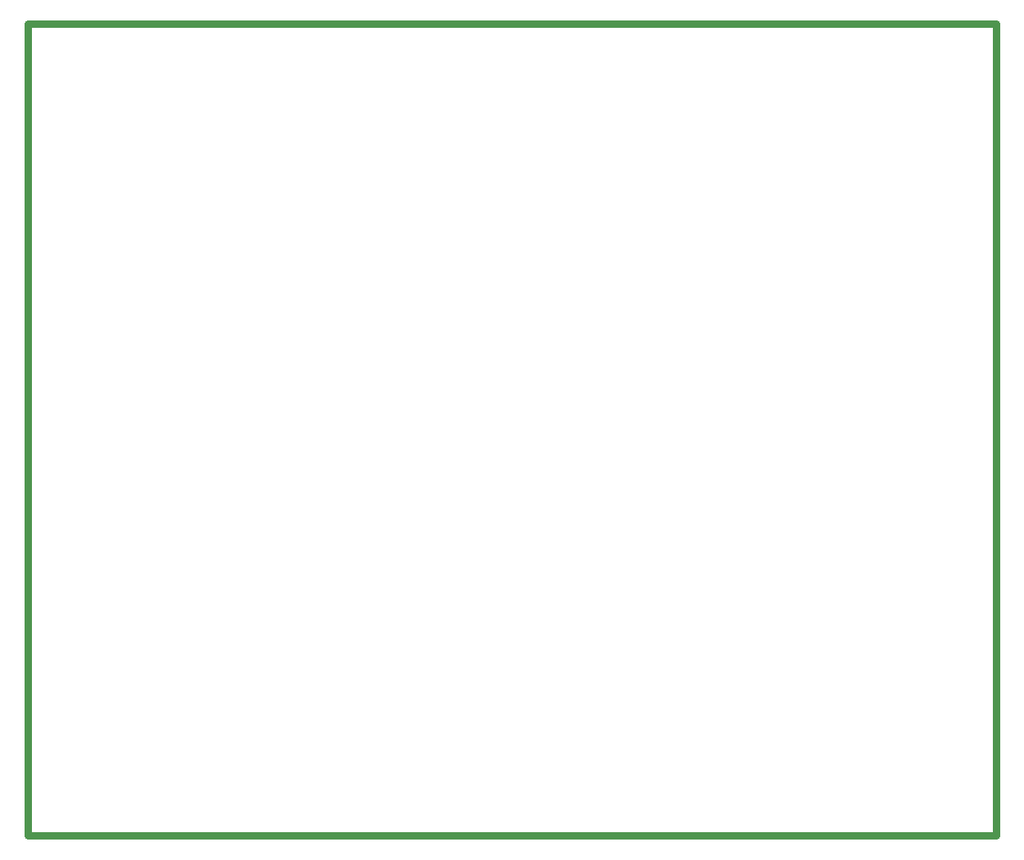
<source format=gbr>
%FSLAX34Y34*%
%MOMM*%
%LNOUTLINE*%
G71*
G01*
%ADD10C, 0.800*%
%LPD*%
G54D10*
X0Y839788D02*
X1000125Y839788D01*
X1000125Y0D01*
X0Y0D01*
X0Y839788D01*
M02*

</source>
